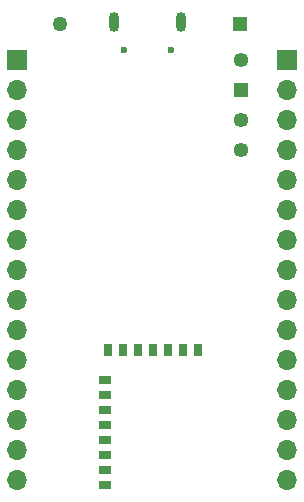
<source format=gbs>
G04 #@! TF.GenerationSoftware,KiCad,Pcbnew,6.0.1-79c1e3a40b~116~ubuntu21.04.1*
G04 #@! TF.CreationDate,2022-03-24T20:17:53+11:00*
G04 #@! TF.ProjectId,833iot,38333369-6f74-42e6-9b69-6361645f7063,rev?*
G04 #@! TF.SameCoordinates,Original*
G04 #@! TF.FileFunction,Soldermask,Bot*
G04 #@! TF.FilePolarity,Negative*
%FSLAX46Y46*%
G04 Gerber Fmt 4.6, Leading zero omitted, Abs format (unit mm)*
G04 Created by KiCad (PCBNEW 6.0.1-79c1e3a40b~116~ubuntu21.04.1) date 2022-03-24 20:17:53*
%MOMM*%
%LPD*%
G01*
G04 APERTURE LIST*
%ADD10C,0.600000*%
%ADD11O,0.850000X1.700000*%
%ADD12R,1.700000X1.700000*%
%ADD13O,1.700000X1.700000*%
%ADD14R,0.650000X1.000000*%
%ADD15R,1.000000X0.650000*%
%ADD16O,1.270000X1.270000*%
%ADD17R,1.270000X1.270000*%
%ADD18C,1.270000*%
G04 APERTURE END LIST*
D10*
X29202500Y-25352800D03*
X25202500Y-25352800D03*
D11*
X30027500Y-23002800D03*
X24377500Y-23002800D03*
D12*
X39022500Y-26222800D03*
D13*
X39022500Y-28762800D03*
X39022500Y-31302800D03*
X39022500Y-33842800D03*
X39022500Y-36382800D03*
X39022500Y-38922800D03*
X39022500Y-41462800D03*
X39022500Y-44002800D03*
X39022500Y-46542800D03*
X39022500Y-49082800D03*
X39022500Y-51622800D03*
X39022500Y-54162800D03*
X39022500Y-56702800D03*
X39022500Y-59242800D03*
X39022500Y-61782800D03*
D14*
X31435500Y-50794800D03*
X30165500Y-50794800D03*
X28895500Y-50794800D03*
X27625500Y-50794800D03*
X26355500Y-50794800D03*
X25085500Y-50794800D03*
X23815500Y-50794800D03*
D15*
X23561500Y-53334800D03*
X23561500Y-54604800D03*
X23561500Y-55874800D03*
X23561500Y-57144800D03*
X23561500Y-58414800D03*
X23561500Y-59684800D03*
X23561500Y-60954800D03*
X23561500Y-62224800D03*
D16*
X35102500Y-26202800D03*
D17*
X35102500Y-28742800D03*
D16*
X35102500Y-31282800D03*
X35102500Y-33822800D03*
D18*
X19782500Y-23202800D03*
D17*
X35022500Y-23202800D03*
D12*
X16162500Y-26222800D03*
D13*
X16162500Y-28762800D03*
X16162500Y-31302800D03*
X16162500Y-33842800D03*
X16162500Y-36382800D03*
X16162500Y-38922800D03*
X16162500Y-41462800D03*
X16162500Y-44002800D03*
X16162500Y-46542800D03*
X16162500Y-49082800D03*
X16162500Y-51622800D03*
X16162500Y-54162800D03*
X16162500Y-56702800D03*
X16162500Y-59242800D03*
X16162500Y-61782800D03*
M02*

</source>
